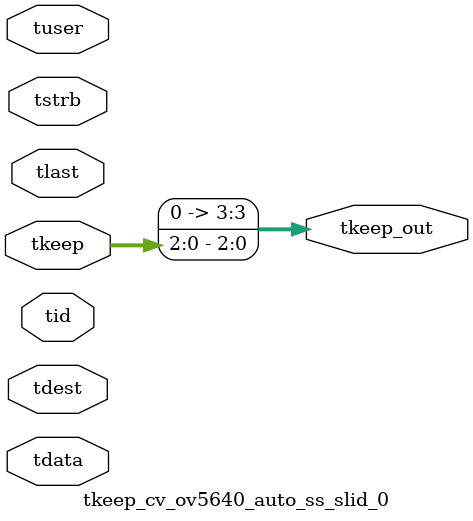
<source format=v>


`timescale 1ps/1ps

module tkeep_cv_ov5640_auto_ss_slid_0 #
(
parameter C_S_AXIS_TDATA_WIDTH = 32,
parameter C_S_AXIS_TUSER_WIDTH = 0,
parameter C_S_AXIS_TID_WIDTH   = 0,
parameter C_S_AXIS_TDEST_WIDTH = 0,
parameter C_M_AXIS_TDATA_WIDTH = 32
)
(
input  [(C_S_AXIS_TDATA_WIDTH == 0 ? 1 : C_S_AXIS_TDATA_WIDTH)-1:0     ] tdata,
input  [(C_S_AXIS_TUSER_WIDTH == 0 ? 1 : C_S_AXIS_TUSER_WIDTH)-1:0     ] tuser,
input  [(C_S_AXIS_TID_WIDTH   == 0 ? 1 : C_S_AXIS_TID_WIDTH)-1:0       ] tid,
input  [(C_S_AXIS_TDEST_WIDTH == 0 ? 1 : C_S_AXIS_TDEST_WIDTH)-1:0     ] tdest,
input  [(C_S_AXIS_TDATA_WIDTH/8)-1:0 ] tkeep,
input  [(C_S_AXIS_TDATA_WIDTH/8)-1:0 ] tstrb,
input                                                                    tlast,
output [(C_M_AXIS_TDATA_WIDTH/8)-1:0 ] tkeep_out
);

assign tkeep_out = {tkeep[2:0]};

endmodule


</source>
